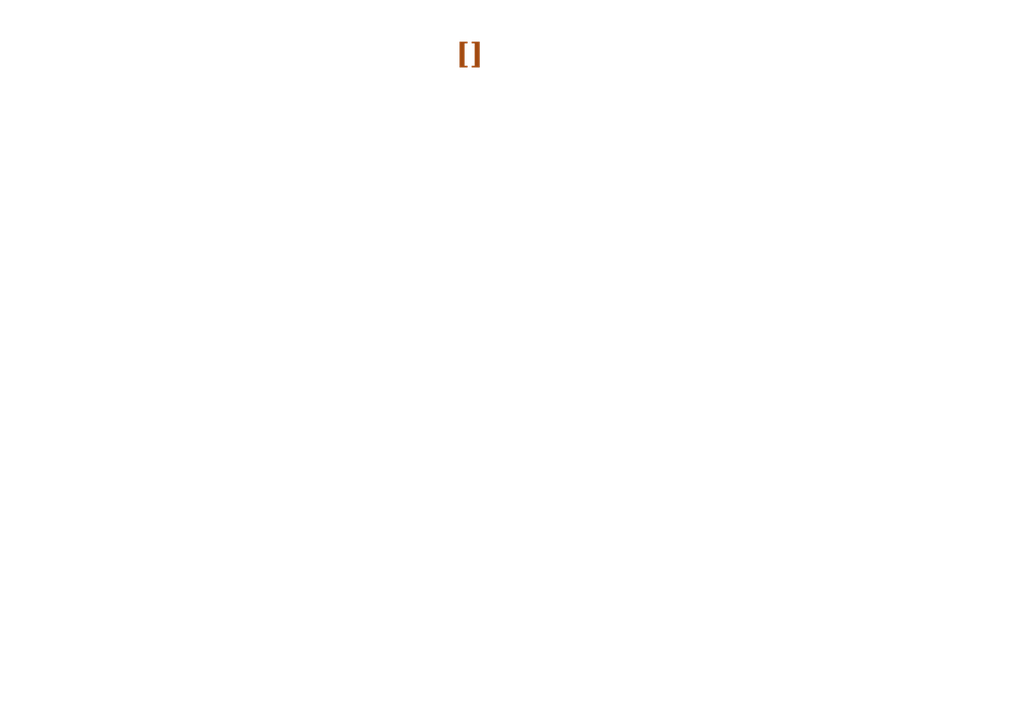
<source format=kicad_sch>
(kicad_sch
	(version 20231120)
	(generator "eeschema")
	(generator_version "8.0")
	(uuid "b7ce2658-0c16-417c-9e64-5f86ab89a607")
	(paper "A4")
	(title_block
		(title "Cell_Sentinel")
		(date "2024-11-05")
		(rev "1.0.0")
	)
	(lib_symbols)
	(text "[${#}] ${SHEETNAME}"
		(exclude_from_sim no)
		(at 137.668 17.78 0)
		(effects
			(font
				(face "Times New Roman")
				(size 6 6)
				(thickness 1.6)
				(bold yes)
				(color 159 72 15 1)
			)
		)
		(uuid "28606bbd-e46a-4ba6-93c9-103d52708e9c")
	)
)

</source>
